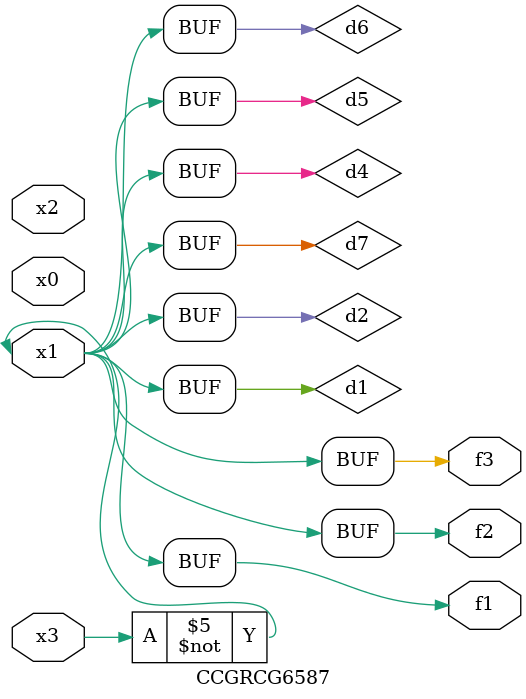
<source format=v>
module CCGRCG6587(
	input x0, x1, x2, x3,
	output f1, f2, f3
);

	wire d1, d2, d3, d4, d5, d6, d7;

	not (d1, x3);
	buf (d2, x1);
	xnor (d3, d1, d2);
	nor (d4, d1);
	buf (d5, d1, d2);
	buf (d6, d4, d5);
	nand (d7, d4);
	assign f1 = d6;
	assign f2 = d7;
	assign f3 = d6;
endmodule

</source>
